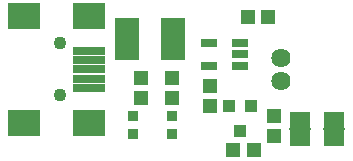
<source format=gts>
G75*
G70*
%OFA0B0*%
%FSLAX24Y24*%
%IPPOS*%
%LPD*%
%AMOC8*
5,1,8,0,0,1.08239X$1,22.5*
%
%ADD10R,0.0552X0.0297*%
%ADD11R,0.0474X0.0513*%
%ADD12R,0.0513X0.0474*%
%ADD13R,0.0828X0.1419*%
%ADD14R,0.0380X0.0380*%
%ADD15R,0.1064X0.0277*%
%ADD16R,0.1064X0.0867*%
%ADD17C,0.0434*%
%ADD18R,0.0395X0.0434*%
%ADD19R,0.0710X0.0540*%
%ADD20R,0.0720X0.0060*%
%ADD21C,0.0640*%
D10*
X007918Y003931D03*
X008942Y003931D03*
X008942Y004305D03*
X008942Y004679D03*
X007918Y004679D03*
D11*
X006680Y003515D03*
X005630Y003515D03*
X005630Y002845D03*
X006680Y002845D03*
X007930Y002570D03*
X007930Y003240D03*
X010055Y002265D03*
X010055Y001595D03*
D12*
X009390Y001118D03*
X008720Y001118D03*
X009195Y005555D03*
X009865Y005555D03*
D13*
X006698Y004830D03*
X005162Y004830D03*
D14*
X005368Y002261D03*
X005368Y001661D03*
X006680Y001661D03*
X006680Y002261D03*
D15*
X003914Y003175D03*
X003914Y003490D03*
X003914Y003805D03*
X003914Y004120D03*
X003914Y004435D03*
D16*
X001749Y002033D03*
X003914Y002033D03*
X003914Y005577D03*
X001749Y005577D03*
D17*
X002930Y004671D03*
X002930Y002939D03*
D18*
X008556Y002574D03*
X009304Y002574D03*
X008930Y001747D03*
D19*
X010930Y001505D03*
X010930Y002105D03*
X012055Y002105D03*
X012055Y001505D03*
D20*
X012055Y001805D03*
X010930Y001805D03*
D21*
X010305Y003411D03*
X010305Y004199D03*
M02*

</source>
